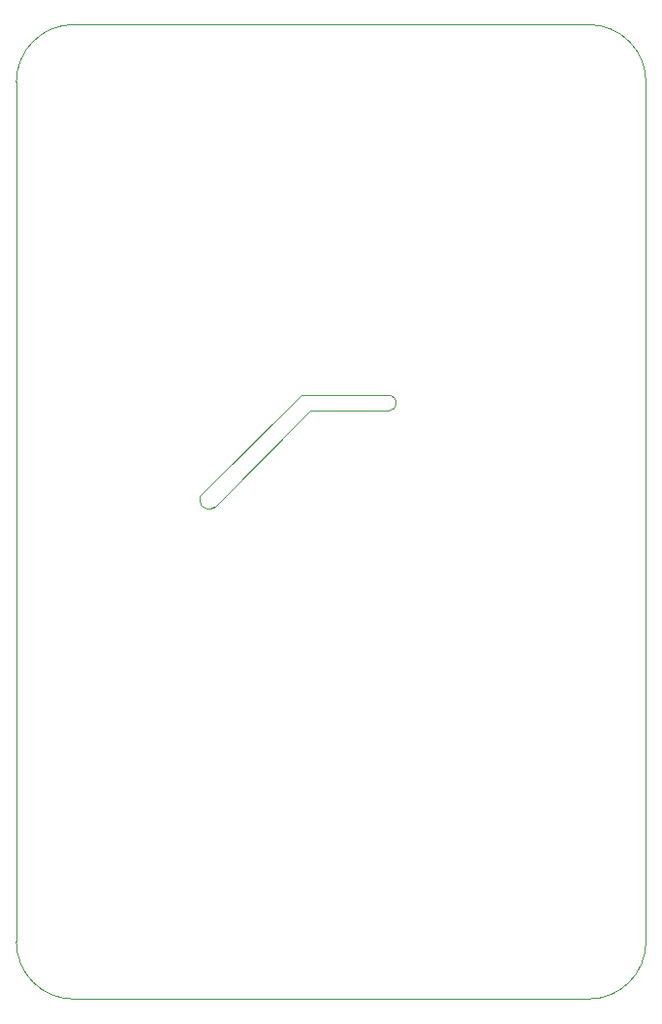
<source format=gbr>
%TF.GenerationSoftware,KiCad,Pcbnew,7.0.1*%
%TF.CreationDate,2024-01-25T20:06:11+01:00*%
%TF.ProjectId,OpenReflowPlate,4f70656e-5265-4666-9c6f-77506c617465,rev?*%
%TF.SameCoordinates,Original*%
%TF.FileFunction,Profile,NP*%
%FSLAX46Y46*%
G04 Gerber Fmt 4.6, Leading zero omitted, Abs format (unit mm)*
G04 Created by KiCad (PCBNEW 7.0.1) date 2024-01-25 20:06:11*
%MOMM*%
%LPD*%
G01*
G04 APERTURE LIST*
%TA.AperFunction,Profile*%
%ADD10C,0.100000*%
%TD*%
G04 APERTURE END LIST*
D10*
X103000001Y-58200001D02*
G75*
G03*
X103999999Y-59399999I499999J-599999D01*
G01*
X112400000Y-51000000D02*
X119200000Y-51000000D01*
X104000000Y-59400000D02*
X112400000Y-51000000D01*
X91700000Y-17300000D02*
X136700000Y-17300000D01*
X103000000Y-58200000D02*
X111590000Y-49610000D01*
X136700000Y-102300000D02*
G75*
G03*
X141700000Y-97300000I0J5000000D01*
G01*
X86700000Y-97300000D02*
X86700000Y-22300000D01*
X91700000Y-17300000D02*
G75*
G03*
X86700000Y-22300000I0J-5000000D01*
G01*
X119200000Y-50999999D02*
G75*
G03*
X119290537Y-49605881I0J699999D01*
G01*
X111590000Y-49610000D02*
X119290000Y-49610000D01*
X136700000Y-102300000D02*
X91700000Y-102300000D01*
X141700000Y-22300000D02*
G75*
G03*
X136700000Y-17300000I-5000000J0D01*
G01*
X141700000Y-22300000D02*
X141700000Y-97300000D01*
X86700000Y-97300000D02*
G75*
G03*
X91700000Y-102300000I5000000J0D01*
G01*
M02*

</source>
